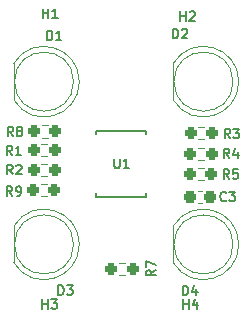
<source format=gbr>
G04 #@! TF.GenerationSoftware,KiCad,Pcbnew,8.0.1*
G04 #@! TF.CreationDate,2025-02-25T23:45:37-07:00*
G04 #@! TF.ProjectId,ColorSensing,436f6c6f-7253-4656-9e73-696e672e6b69,rev?*
G04 #@! TF.SameCoordinates,Original*
G04 #@! TF.FileFunction,Legend,Top*
G04 #@! TF.FilePolarity,Positive*
%FSLAX46Y46*%
G04 Gerber Fmt 4.6, Leading zero omitted, Abs format (unit mm)*
G04 Created by KiCad (PCBNEW 8.0.1) date 2025-02-25 23:45:37*
%MOMM*%
%LPD*%
G01*
G04 APERTURE LIST*
G04 Aperture macros list*
%AMRoundRect*
0 Rectangle with rounded corners*
0 $1 Rounding radius*
0 $2 $3 $4 $5 $6 $7 $8 $9 X,Y pos of 4 corners*
0 Add a 4 corners polygon primitive as box body*
4,1,4,$2,$3,$4,$5,$6,$7,$8,$9,$2,$3,0*
0 Add four circle primitives for the rounded corners*
1,1,$1+$1,$2,$3*
1,1,$1+$1,$4,$5*
1,1,$1+$1,$6,$7*
1,1,$1+$1,$8,$9*
0 Add four rect primitives between the rounded corners*
20,1,$1+$1,$2,$3,$4,$5,0*
20,1,$1+$1,$4,$5,$6,$7,0*
20,1,$1+$1,$6,$7,$8,$9,0*
20,1,$1+$1,$8,$9,$2,$3,0*%
G04 Aperture macros list end*
%ADD10C,0.150000*%
%ADD11C,0.120000*%
%ADD12C,0.152400*%
%ADD13RoundRect,0.237500X-0.250000X-0.237500X0.250000X-0.237500X0.250000X0.237500X-0.250000X0.237500X0*%
%ADD14C,2.500000*%
%ADD15RoundRect,0.237500X0.300000X0.237500X-0.300000X0.237500X-0.300000X-0.237500X0.300000X-0.237500X0*%
%ADD16R,1.460500X0.558800*%
%ADD17R,1.800000X1.800000*%
%ADD18C,1.800000*%
%ADD19RoundRect,0.237500X0.250000X0.237500X-0.250000X0.237500X-0.250000X-0.237500X0.250000X-0.237500X0*%
%ADD20R,1.700000X1.700000*%
%ADD21O,1.700000X1.700000*%
G04 APERTURE END LIST*
D10*
X117611667Y-82842295D02*
X117345000Y-82461342D01*
X117154524Y-82842295D02*
X117154524Y-82042295D01*
X117154524Y-82042295D02*
X117459286Y-82042295D01*
X117459286Y-82042295D02*
X117535476Y-82080390D01*
X117535476Y-82080390D02*
X117573571Y-82118485D01*
X117573571Y-82118485D02*
X117611667Y-82194676D01*
X117611667Y-82194676D02*
X117611667Y-82308961D01*
X117611667Y-82308961D02*
X117573571Y-82385152D01*
X117573571Y-82385152D02*
X117535476Y-82423247D01*
X117535476Y-82423247D02*
X117459286Y-82461342D01*
X117459286Y-82461342D02*
X117154524Y-82461342D01*
X117916428Y-82118485D02*
X117954524Y-82080390D01*
X117954524Y-82080390D02*
X118030714Y-82042295D01*
X118030714Y-82042295D02*
X118221190Y-82042295D01*
X118221190Y-82042295D02*
X118297381Y-82080390D01*
X118297381Y-82080390D02*
X118335476Y-82118485D01*
X118335476Y-82118485D02*
X118373571Y-82194676D01*
X118373571Y-82194676D02*
X118373571Y-82270866D01*
X118373571Y-82270866D02*
X118335476Y-82385152D01*
X118335476Y-82385152D02*
X117878333Y-82842295D01*
X117878333Y-82842295D02*
X118373571Y-82842295D01*
X132050476Y-94212295D02*
X132050476Y-93412295D01*
X132050476Y-93793247D02*
X132507619Y-93793247D01*
X132507619Y-94212295D02*
X132507619Y-93412295D01*
X133231428Y-93678961D02*
X133231428Y-94212295D01*
X133040952Y-93374200D02*
X132850475Y-93945628D01*
X132850475Y-93945628D02*
X133345714Y-93945628D01*
X135691667Y-85036104D02*
X135653571Y-85074200D01*
X135653571Y-85074200D02*
X135539286Y-85112295D01*
X135539286Y-85112295D02*
X135463095Y-85112295D01*
X135463095Y-85112295D02*
X135348809Y-85074200D01*
X135348809Y-85074200D02*
X135272619Y-84998009D01*
X135272619Y-84998009D02*
X135234524Y-84921819D01*
X135234524Y-84921819D02*
X135196428Y-84769438D01*
X135196428Y-84769438D02*
X135196428Y-84655152D01*
X135196428Y-84655152D02*
X135234524Y-84502771D01*
X135234524Y-84502771D02*
X135272619Y-84426580D01*
X135272619Y-84426580D02*
X135348809Y-84350390D01*
X135348809Y-84350390D02*
X135463095Y-84312295D01*
X135463095Y-84312295D02*
X135539286Y-84312295D01*
X135539286Y-84312295D02*
X135653571Y-84350390D01*
X135653571Y-84350390D02*
X135691667Y-84388485D01*
X135958333Y-84312295D02*
X136453571Y-84312295D01*
X136453571Y-84312295D02*
X136186905Y-84617057D01*
X136186905Y-84617057D02*
X136301190Y-84617057D01*
X136301190Y-84617057D02*
X136377381Y-84655152D01*
X136377381Y-84655152D02*
X136415476Y-84693247D01*
X136415476Y-84693247D02*
X136453571Y-84769438D01*
X136453571Y-84769438D02*
X136453571Y-84959914D01*
X136453571Y-84959914D02*
X136415476Y-85036104D01*
X136415476Y-85036104D02*
X136377381Y-85074200D01*
X136377381Y-85074200D02*
X136301190Y-85112295D01*
X136301190Y-85112295D02*
X136072619Y-85112295D01*
X136072619Y-85112295D02*
X135996428Y-85074200D01*
X135996428Y-85074200D02*
X135958333Y-85036104D01*
X135936667Y-83222295D02*
X135670000Y-82841342D01*
X135479524Y-83222295D02*
X135479524Y-82422295D01*
X135479524Y-82422295D02*
X135784286Y-82422295D01*
X135784286Y-82422295D02*
X135860476Y-82460390D01*
X135860476Y-82460390D02*
X135898571Y-82498485D01*
X135898571Y-82498485D02*
X135936667Y-82574676D01*
X135936667Y-82574676D02*
X135936667Y-82688961D01*
X135936667Y-82688961D02*
X135898571Y-82765152D01*
X135898571Y-82765152D02*
X135860476Y-82803247D01*
X135860476Y-82803247D02*
X135784286Y-82841342D01*
X135784286Y-82841342D02*
X135479524Y-82841342D01*
X136660476Y-82422295D02*
X136279524Y-82422295D01*
X136279524Y-82422295D02*
X136241428Y-82803247D01*
X136241428Y-82803247D02*
X136279524Y-82765152D01*
X136279524Y-82765152D02*
X136355714Y-82727057D01*
X136355714Y-82727057D02*
X136546190Y-82727057D01*
X136546190Y-82727057D02*
X136622381Y-82765152D01*
X136622381Y-82765152D02*
X136660476Y-82803247D01*
X136660476Y-82803247D02*
X136698571Y-82879438D01*
X136698571Y-82879438D02*
X136698571Y-83069914D01*
X136698571Y-83069914D02*
X136660476Y-83146104D01*
X136660476Y-83146104D02*
X136622381Y-83184200D01*
X136622381Y-83184200D02*
X136546190Y-83222295D01*
X136546190Y-83222295D02*
X136355714Y-83222295D01*
X136355714Y-83222295D02*
X136279524Y-83184200D01*
X136279524Y-83184200D02*
X136241428Y-83146104D01*
X117571667Y-81212295D02*
X117305000Y-80831342D01*
X117114524Y-81212295D02*
X117114524Y-80412295D01*
X117114524Y-80412295D02*
X117419286Y-80412295D01*
X117419286Y-80412295D02*
X117495476Y-80450390D01*
X117495476Y-80450390D02*
X117533571Y-80488485D01*
X117533571Y-80488485D02*
X117571667Y-80564676D01*
X117571667Y-80564676D02*
X117571667Y-80678961D01*
X117571667Y-80678961D02*
X117533571Y-80755152D01*
X117533571Y-80755152D02*
X117495476Y-80793247D01*
X117495476Y-80793247D02*
X117419286Y-80831342D01*
X117419286Y-80831342D02*
X117114524Y-80831342D01*
X118333571Y-81212295D02*
X117876428Y-81212295D01*
X118105000Y-81212295D02*
X118105000Y-80412295D01*
X118105000Y-80412295D02*
X118028809Y-80526580D01*
X118028809Y-80526580D02*
X117952619Y-80602771D01*
X117952619Y-80602771D02*
X117876428Y-80640866D01*
X126206326Y-81507295D02*
X126206326Y-82154914D01*
X126206326Y-82154914D02*
X126244421Y-82231104D01*
X126244421Y-82231104D02*
X126282516Y-82269200D01*
X126282516Y-82269200D02*
X126358707Y-82307295D01*
X126358707Y-82307295D02*
X126511088Y-82307295D01*
X126511088Y-82307295D02*
X126587278Y-82269200D01*
X126587278Y-82269200D02*
X126625373Y-82231104D01*
X126625373Y-82231104D02*
X126663469Y-82154914D01*
X126663469Y-82154914D02*
X126663469Y-81507295D01*
X127463468Y-82307295D02*
X127006325Y-82307295D01*
X127234897Y-82307295D02*
X127234897Y-81507295D01*
X127234897Y-81507295D02*
X127158706Y-81621580D01*
X127158706Y-81621580D02*
X127082516Y-81697771D01*
X127082516Y-81697771D02*
X127006325Y-81735866D01*
X136031667Y-79802295D02*
X135765000Y-79421342D01*
X135574524Y-79802295D02*
X135574524Y-79002295D01*
X135574524Y-79002295D02*
X135879286Y-79002295D01*
X135879286Y-79002295D02*
X135955476Y-79040390D01*
X135955476Y-79040390D02*
X135993571Y-79078485D01*
X135993571Y-79078485D02*
X136031667Y-79154676D01*
X136031667Y-79154676D02*
X136031667Y-79268961D01*
X136031667Y-79268961D02*
X135993571Y-79345152D01*
X135993571Y-79345152D02*
X135955476Y-79383247D01*
X135955476Y-79383247D02*
X135879286Y-79421342D01*
X135879286Y-79421342D02*
X135574524Y-79421342D01*
X136298333Y-79002295D02*
X136793571Y-79002295D01*
X136793571Y-79002295D02*
X136526905Y-79307057D01*
X136526905Y-79307057D02*
X136641190Y-79307057D01*
X136641190Y-79307057D02*
X136717381Y-79345152D01*
X136717381Y-79345152D02*
X136755476Y-79383247D01*
X136755476Y-79383247D02*
X136793571Y-79459438D01*
X136793571Y-79459438D02*
X136793571Y-79649914D01*
X136793571Y-79649914D02*
X136755476Y-79726104D01*
X136755476Y-79726104D02*
X136717381Y-79764200D01*
X136717381Y-79764200D02*
X136641190Y-79802295D01*
X136641190Y-79802295D02*
X136412619Y-79802295D01*
X136412619Y-79802295D02*
X136336428Y-79764200D01*
X136336428Y-79764200D02*
X136298333Y-79726104D01*
X132009524Y-93072295D02*
X132009524Y-92272295D01*
X132009524Y-92272295D02*
X132200000Y-92272295D01*
X132200000Y-92272295D02*
X132314286Y-92310390D01*
X132314286Y-92310390D02*
X132390476Y-92386580D01*
X132390476Y-92386580D02*
X132428571Y-92462771D01*
X132428571Y-92462771D02*
X132466667Y-92615152D01*
X132466667Y-92615152D02*
X132466667Y-92729438D01*
X132466667Y-92729438D02*
X132428571Y-92881819D01*
X132428571Y-92881819D02*
X132390476Y-92958009D01*
X132390476Y-92958009D02*
X132314286Y-93034200D01*
X132314286Y-93034200D02*
X132200000Y-93072295D01*
X132200000Y-93072295D02*
X132009524Y-93072295D01*
X133152381Y-92538961D02*
X133152381Y-93072295D01*
X132961905Y-92234200D02*
X132771428Y-92805628D01*
X132771428Y-92805628D02*
X133266667Y-92805628D01*
X117581667Y-84642295D02*
X117315000Y-84261342D01*
X117124524Y-84642295D02*
X117124524Y-83842295D01*
X117124524Y-83842295D02*
X117429286Y-83842295D01*
X117429286Y-83842295D02*
X117505476Y-83880390D01*
X117505476Y-83880390D02*
X117543571Y-83918485D01*
X117543571Y-83918485D02*
X117581667Y-83994676D01*
X117581667Y-83994676D02*
X117581667Y-84108961D01*
X117581667Y-84108961D02*
X117543571Y-84185152D01*
X117543571Y-84185152D02*
X117505476Y-84223247D01*
X117505476Y-84223247D02*
X117429286Y-84261342D01*
X117429286Y-84261342D02*
X117124524Y-84261342D01*
X117962619Y-84642295D02*
X118115000Y-84642295D01*
X118115000Y-84642295D02*
X118191190Y-84604200D01*
X118191190Y-84604200D02*
X118229286Y-84566104D01*
X118229286Y-84566104D02*
X118305476Y-84451819D01*
X118305476Y-84451819D02*
X118343571Y-84299438D01*
X118343571Y-84299438D02*
X118343571Y-83994676D01*
X118343571Y-83994676D02*
X118305476Y-83918485D01*
X118305476Y-83918485D02*
X118267381Y-83880390D01*
X118267381Y-83880390D02*
X118191190Y-83842295D01*
X118191190Y-83842295D02*
X118038809Y-83842295D01*
X118038809Y-83842295D02*
X117962619Y-83880390D01*
X117962619Y-83880390D02*
X117924524Y-83918485D01*
X117924524Y-83918485D02*
X117886428Y-83994676D01*
X117886428Y-83994676D02*
X117886428Y-84185152D01*
X117886428Y-84185152D02*
X117924524Y-84261342D01*
X117924524Y-84261342D02*
X117962619Y-84299438D01*
X117962619Y-84299438D02*
X118038809Y-84337533D01*
X118038809Y-84337533D02*
X118191190Y-84337533D01*
X118191190Y-84337533D02*
X118267381Y-84299438D01*
X118267381Y-84299438D02*
X118305476Y-84261342D01*
X118305476Y-84261342D02*
X118343571Y-84185152D01*
X120170476Y-69622295D02*
X120170476Y-68822295D01*
X120170476Y-69203247D02*
X120627619Y-69203247D01*
X120627619Y-69622295D02*
X120627619Y-68822295D01*
X121427618Y-69622295D02*
X120970475Y-69622295D01*
X121199047Y-69622295D02*
X121199047Y-68822295D01*
X121199047Y-68822295D02*
X121122856Y-68936580D01*
X121122856Y-68936580D02*
X121046666Y-69012771D01*
X121046666Y-69012771D02*
X120970475Y-69050866D01*
X120529524Y-71482295D02*
X120529524Y-70682295D01*
X120529524Y-70682295D02*
X120720000Y-70682295D01*
X120720000Y-70682295D02*
X120834286Y-70720390D01*
X120834286Y-70720390D02*
X120910476Y-70796580D01*
X120910476Y-70796580D02*
X120948571Y-70872771D01*
X120948571Y-70872771D02*
X120986667Y-71025152D01*
X120986667Y-71025152D02*
X120986667Y-71139438D01*
X120986667Y-71139438D02*
X120948571Y-71291819D01*
X120948571Y-71291819D02*
X120910476Y-71368009D01*
X120910476Y-71368009D02*
X120834286Y-71444200D01*
X120834286Y-71444200D02*
X120720000Y-71482295D01*
X120720000Y-71482295D02*
X120529524Y-71482295D01*
X121748571Y-71482295D02*
X121291428Y-71482295D01*
X121520000Y-71482295D02*
X121520000Y-70682295D01*
X121520000Y-70682295D02*
X121443809Y-70796580D01*
X121443809Y-70796580D02*
X121367619Y-70872771D01*
X121367619Y-70872771D02*
X121291428Y-70910866D01*
X121479524Y-93052295D02*
X121479524Y-92252295D01*
X121479524Y-92252295D02*
X121670000Y-92252295D01*
X121670000Y-92252295D02*
X121784286Y-92290390D01*
X121784286Y-92290390D02*
X121860476Y-92366580D01*
X121860476Y-92366580D02*
X121898571Y-92442771D01*
X121898571Y-92442771D02*
X121936667Y-92595152D01*
X121936667Y-92595152D02*
X121936667Y-92709438D01*
X121936667Y-92709438D02*
X121898571Y-92861819D01*
X121898571Y-92861819D02*
X121860476Y-92938009D01*
X121860476Y-92938009D02*
X121784286Y-93014200D01*
X121784286Y-93014200D02*
X121670000Y-93052295D01*
X121670000Y-93052295D02*
X121479524Y-93052295D01*
X122203333Y-92252295D02*
X122698571Y-92252295D01*
X122698571Y-92252295D02*
X122431905Y-92557057D01*
X122431905Y-92557057D02*
X122546190Y-92557057D01*
X122546190Y-92557057D02*
X122622381Y-92595152D01*
X122622381Y-92595152D02*
X122660476Y-92633247D01*
X122660476Y-92633247D02*
X122698571Y-92709438D01*
X122698571Y-92709438D02*
X122698571Y-92899914D01*
X122698571Y-92899914D02*
X122660476Y-92976104D01*
X122660476Y-92976104D02*
X122622381Y-93014200D01*
X122622381Y-93014200D02*
X122546190Y-93052295D01*
X122546190Y-93052295D02*
X122317619Y-93052295D01*
X122317619Y-93052295D02*
X122241428Y-93014200D01*
X122241428Y-93014200D02*
X122203333Y-92976104D01*
X129712295Y-90953332D02*
X129331342Y-91219999D01*
X129712295Y-91410475D02*
X128912295Y-91410475D01*
X128912295Y-91410475D02*
X128912295Y-91105713D01*
X128912295Y-91105713D02*
X128950390Y-91029523D01*
X128950390Y-91029523D02*
X128988485Y-90991428D01*
X128988485Y-90991428D02*
X129064676Y-90953332D01*
X129064676Y-90953332D02*
X129178961Y-90953332D01*
X129178961Y-90953332D02*
X129255152Y-90991428D01*
X129255152Y-90991428D02*
X129293247Y-91029523D01*
X129293247Y-91029523D02*
X129331342Y-91105713D01*
X129331342Y-91105713D02*
X129331342Y-91410475D01*
X128912295Y-90686666D02*
X128912295Y-90153332D01*
X128912295Y-90153332D02*
X129712295Y-90496190D01*
X120120476Y-94212295D02*
X120120476Y-93412295D01*
X120120476Y-93793247D02*
X120577619Y-93793247D01*
X120577619Y-94212295D02*
X120577619Y-93412295D01*
X120882380Y-93412295D02*
X121377618Y-93412295D01*
X121377618Y-93412295D02*
X121110952Y-93717057D01*
X121110952Y-93717057D02*
X121225237Y-93717057D01*
X121225237Y-93717057D02*
X121301428Y-93755152D01*
X121301428Y-93755152D02*
X121339523Y-93793247D01*
X121339523Y-93793247D02*
X121377618Y-93869438D01*
X121377618Y-93869438D02*
X121377618Y-94059914D01*
X121377618Y-94059914D02*
X121339523Y-94136104D01*
X121339523Y-94136104D02*
X121301428Y-94174200D01*
X121301428Y-94174200D02*
X121225237Y-94212295D01*
X121225237Y-94212295D02*
X120996666Y-94212295D01*
X120996666Y-94212295D02*
X120920475Y-94174200D01*
X120920475Y-94174200D02*
X120882380Y-94136104D01*
X135966667Y-81462295D02*
X135700000Y-81081342D01*
X135509524Y-81462295D02*
X135509524Y-80662295D01*
X135509524Y-80662295D02*
X135814286Y-80662295D01*
X135814286Y-80662295D02*
X135890476Y-80700390D01*
X135890476Y-80700390D02*
X135928571Y-80738485D01*
X135928571Y-80738485D02*
X135966667Y-80814676D01*
X135966667Y-80814676D02*
X135966667Y-80928961D01*
X135966667Y-80928961D02*
X135928571Y-81005152D01*
X135928571Y-81005152D02*
X135890476Y-81043247D01*
X135890476Y-81043247D02*
X135814286Y-81081342D01*
X135814286Y-81081342D02*
X135509524Y-81081342D01*
X136652381Y-80928961D02*
X136652381Y-81462295D01*
X136461905Y-80624200D02*
X136271428Y-81195628D01*
X136271428Y-81195628D02*
X136766667Y-81195628D01*
X117641667Y-79632295D02*
X117375000Y-79251342D01*
X117184524Y-79632295D02*
X117184524Y-78832295D01*
X117184524Y-78832295D02*
X117489286Y-78832295D01*
X117489286Y-78832295D02*
X117565476Y-78870390D01*
X117565476Y-78870390D02*
X117603571Y-78908485D01*
X117603571Y-78908485D02*
X117641667Y-78984676D01*
X117641667Y-78984676D02*
X117641667Y-79098961D01*
X117641667Y-79098961D02*
X117603571Y-79175152D01*
X117603571Y-79175152D02*
X117565476Y-79213247D01*
X117565476Y-79213247D02*
X117489286Y-79251342D01*
X117489286Y-79251342D02*
X117184524Y-79251342D01*
X118098809Y-79175152D02*
X118022619Y-79137057D01*
X118022619Y-79137057D02*
X117984524Y-79098961D01*
X117984524Y-79098961D02*
X117946428Y-79022771D01*
X117946428Y-79022771D02*
X117946428Y-78984676D01*
X117946428Y-78984676D02*
X117984524Y-78908485D01*
X117984524Y-78908485D02*
X118022619Y-78870390D01*
X118022619Y-78870390D02*
X118098809Y-78832295D01*
X118098809Y-78832295D02*
X118251190Y-78832295D01*
X118251190Y-78832295D02*
X118327381Y-78870390D01*
X118327381Y-78870390D02*
X118365476Y-78908485D01*
X118365476Y-78908485D02*
X118403571Y-78984676D01*
X118403571Y-78984676D02*
X118403571Y-79022771D01*
X118403571Y-79022771D02*
X118365476Y-79098961D01*
X118365476Y-79098961D02*
X118327381Y-79137057D01*
X118327381Y-79137057D02*
X118251190Y-79175152D01*
X118251190Y-79175152D02*
X118098809Y-79175152D01*
X118098809Y-79175152D02*
X118022619Y-79213247D01*
X118022619Y-79213247D02*
X117984524Y-79251342D01*
X117984524Y-79251342D02*
X117946428Y-79327533D01*
X117946428Y-79327533D02*
X117946428Y-79479914D01*
X117946428Y-79479914D02*
X117984524Y-79556104D01*
X117984524Y-79556104D02*
X118022619Y-79594200D01*
X118022619Y-79594200D02*
X118098809Y-79632295D01*
X118098809Y-79632295D02*
X118251190Y-79632295D01*
X118251190Y-79632295D02*
X118327381Y-79594200D01*
X118327381Y-79594200D02*
X118365476Y-79556104D01*
X118365476Y-79556104D02*
X118403571Y-79479914D01*
X118403571Y-79479914D02*
X118403571Y-79327533D01*
X118403571Y-79327533D02*
X118365476Y-79251342D01*
X118365476Y-79251342D02*
X118327381Y-79213247D01*
X118327381Y-79213247D02*
X118251190Y-79175152D01*
X131820476Y-69852295D02*
X131820476Y-69052295D01*
X131820476Y-69433247D02*
X132277619Y-69433247D01*
X132277619Y-69852295D02*
X132277619Y-69052295D01*
X132620475Y-69128485D02*
X132658571Y-69090390D01*
X132658571Y-69090390D02*
X132734761Y-69052295D01*
X132734761Y-69052295D02*
X132925237Y-69052295D01*
X132925237Y-69052295D02*
X133001428Y-69090390D01*
X133001428Y-69090390D02*
X133039523Y-69128485D01*
X133039523Y-69128485D02*
X133077618Y-69204676D01*
X133077618Y-69204676D02*
X133077618Y-69280866D01*
X133077618Y-69280866D02*
X133039523Y-69395152D01*
X133039523Y-69395152D02*
X132582380Y-69852295D01*
X132582380Y-69852295D02*
X133077618Y-69852295D01*
X131189524Y-71342295D02*
X131189524Y-70542295D01*
X131189524Y-70542295D02*
X131380000Y-70542295D01*
X131380000Y-70542295D02*
X131494286Y-70580390D01*
X131494286Y-70580390D02*
X131570476Y-70656580D01*
X131570476Y-70656580D02*
X131608571Y-70732771D01*
X131608571Y-70732771D02*
X131646667Y-70885152D01*
X131646667Y-70885152D02*
X131646667Y-70999438D01*
X131646667Y-70999438D02*
X131608571Y-71151819D01*
X131608571Y-71151819D02*
X131570476Y-71228009D01*
X131570476Y-71228009D02*
X131494286Y-71304200D01*
X131494286Y-71304200D02*
X131380000Y-71342295D01*
X131380000Y-71342295D02*
X131189524Y-71342295D01*
X131951428Y-70618485D02*
X131989524Y-70580390D01*
X131989524Y-70580390D02*
X132065714Y-70542295D01*
X132065714Y-70542295D02*
X132256190Y-70542295D01*
X132256190Y-70542295D02*
X132332381Y-70580390D01*
X132332381Y-70580390D02*
X132370476Y-70618485D01*
X132370476Y-70618485D02*
X132408571Y-70694676D01*
X132408571Y-70694676D02*
X132408571Y-70770866D01*
X132408571Y-70770866D02*
X132370476Y-70885152D01*
X132370476Y-70885152D02*
X131913333Y-71342295D01*
X131913333Y-71342295D02*
X132408571Y-71342295D01*
D11*
X120047776Y-81937500D02*
X120557224Y-81937500D01*
X120047776Y-82982500D02*
X120557224Y-82982500D01*
X133628767Y-84230000D02*
X133336233Y-84230000D01*
X133628767Y-85250000D02*
X133336233Y-85250000D01*
X133277776Y-82317500D02*
X133787224Y-82317500D01*
X133277776Y-83362500D02*
X133787224Y-83362500D01*
X120047776Y-80237500D02*
X120557224Y-80237500D01*
X120047776Y-81282500D02*
X120557224Y-81282500D01*
D12*
X124694950Y-79163700D02*
X124694950Y-79427860D01*
X124694950Y-84462140D02*
X124694950Y-84726300D01*
X124694950Y-84726300D02*
X128936750Y-84726300D01*
X128936750Y-79163700D02*
X124694950Y-79163700D01*
X128936750Y-79427860D02*
X128936750Y-79163700D01*
X128936750Y-84726300D02*
X128936750Y-84462140D01*
D11*
X133337776Y-78807500D02*
X133847224Y-78807500D01*
X133337776Y-79852500D02*
X133847224Y-79852500D01*
X131210000Y-87235000D02*
X131210000Y-90325000D01*
X131210001Y-87235170D02*
G75*
G02*
X136759999Y-88780462I2559999J-1544830D01*
G01*
X136760000Y-88779538D02*
G75*
G02*
X131210000Y-90324830I-2990000J-462D01*
G01*
X136270000Y-88780000D02*
G75*
G02*
X131270000Y-88780000I-2500000J0D01*
G01*
X131270000Y-88780000D02*
G75*
G02*
X136270000Y-88780000I2500000J0D01*
G01*
X119987776Y-83657500D02*
X120497224Y-83657500D01*
X119987776Y-84702500D02*
X120497224Y-84702500D01*
X117710000Y-73455000D02*
X117710000Y-76545000D01*
X117710001Y-73455170D02*
G75*
G02*
X123259999Y-75000462I2559999J-1544830D01*
G01*
X123260000Y-74999538D02*
G75*
G02*
X117710000Y-76544830I-2990000J-462D01*
G01*
X122770000Y-75000000D02*
G75*
G02*
X117770000Y-75000000I-2500000J0D01*
G01*
X117770000Y-75000000D02*
G75*
G02*
X122770000Y-75000000I2500000J0D01*
G01*
X117710000Y-87235000D02*
X117710000Y-90325000D01*
X117710001Y-87235170D02*
G75*
G02*
X123259999Y-88780462I2559999J-1544830D01*
G01*
X123260000Y-88779538D02*
G75*
G02*
X117710000Y-90324830I-2990000J-462D01*
G01*
X122770000Y-88780000D02*
G75*
G02*
X117770000Y-88780000I-2500000J0D01*
G01*
X117770000Y-88780000D02*
G75*
G02*
X122770000Y-88780000I2500000J0D01*
G01*
X127142224Y-90327500D02*
X126632776Y-90327500D01*
X127142224Y-91372500D02*
X126632776Y-91372500D01*
X133327776Y-80587500D02*
X133837224Y-80587500D01*
X133327776Y-81632500D02*
X133837224Y-81632500D01*
X120567224Y-78687500D02*
X120057776Y-78687500D01*
X120567224Y-79732500D02*
X120057776Y-79732500D01*
X131210000Y-73455000D02*
X131210000Y-76545000D01*
X131210001Y-73455170D02*
G75*
G02*
X136759999Y-75000462I2559999J-1544830D01*
G01*
X136760000Y-74999538D02*
G75*
G02*
X131210000Y-76544830I-2990000J-462D01*
G01*
X136270000Y-75000000D02*
G75*
G02*
X131270000Y-75000000I-2500000J0D01*
G01*
X131270000Y-75000000D02*
G75*
G02*
X136270000Y-75000000I2500000J0D01*
G01*
%LPC*%
D13*
X119390000Y-82460000D03*
X121215000Y-82460000D03*
D14*
X135000000Y-93640000D03*
D15*
X134345000Y-84740000D03*
X132620000Y-84740000D03*
D13*
X132620000Y-82840000D03*
X134445000Y-82840000D03*
X119390000Y-80760000D03*
X121215000Y-80760000D03*
D16*
X124091700Y-80040000D03*
X124091700Y-81310000D03*
X124091700Y-82580000D03*
X124091700Y-83850000D03*
X129540000Y-83850000D03*
X129540000Y-82580000D03*
X129540000Y-81310000D03*
X129540000Y-80040000D03*
D13*
X132680000Y-79330000D03*
X134505000Y-79330000D03*
D17*
X132500000Y-88780000D03*
D18*
X135040000Y-88780000D03*
D13*
X119330000Y-84180000D03*
X121155000Y-84180000D03*
D14*
X118500000Y-70000000D03*
D17*
X119000000Y-75000000D03*
D18*
X121540000Y-75000000D03*
D17*
X119000000Y-88780000D03*
D18*
X121540000Y-88780000D03*
D19*
X127800000Y-90850000D03*
X125975000Y-90850000D03*
D14*
X118500000Y-93640000D03*
D13*
X132670000Y-81110000D03*
X134495000Y-81110000D03*
D19*
X121225000Y-79210000D03*
X119400000Y-79210000D03*
D14*
X135000000Y-70000000D03*
D17*
X132500000Y-75000000D03*
D18*
X135040000Y-75000000D03*
D20*
X128215000Y-70500000D03*
D21*
X125675000Y-70500000D03*
%LPD*%
M02*

</source>
